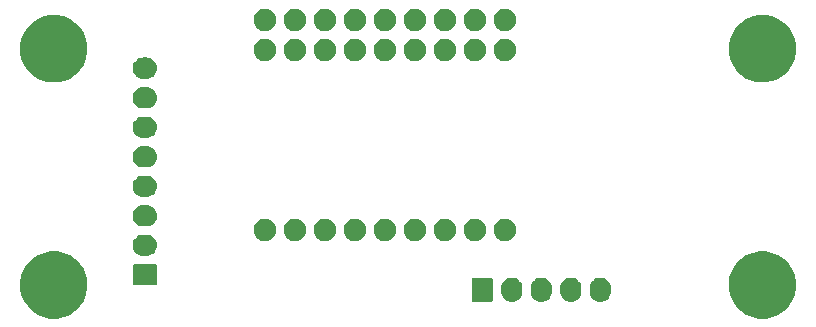
<source format=gbr>
G04 #@! TF.GenerationSoftware,KiCad,Pcbnew,5.1.5-52549c5~84~ubuntu18.04.1*
G04 #@! TF.CreationDate,2020-03-18T13:49:36+01:00*
G04 #@! TF.ProjectId,programmer,70726f67-7261-46d6-9d65-722e6b696361,rev?*
G04 #@! TF.SameCoordinates,Original*
G04 #@! TF.FileFunction,Soldermask,Bot*
G04 #@! TF.FilePolarity,Negative*
%FSLAX46Y46*%
G04 Gerber Fmt 4.6, Leading zero omitted, Abs format (unit mm)*
G04 Created by KiCad (PCBNEW 5.1.5-52549c5~84~ubuntu18.04.1) date 2020-03-18 13:49:36*
%MOMM*%
%LPD*%
G04 APERTURE LIST*
%ADD10C,0.100000*%
G04 APERTURE END LIST*
D10*
G36*
X145831606Y-102258562D02*
G01*
X146350455Y-102473476D01*
X146724524Y-102723421D01*
X146817406Y-102785483D01*
X147214517Y-103182594D01*
X147261571Y-103253015D01*
X147526524Y-103649545D01*
X147741438Y-104168394D01*
X147784325Y-104384000D01*
X147813808Y-104532221D01*
X147851000Y-104719201D01*
X147851000Y-105280799D01*
X147741438Y-105831606D01*
X147526524Y-106350455D01*
X147214516Y-106817407D01*
X146817407Y-107214516D01*
X146350455Y-107526524D01*
X145831606Y-107741438D01*
X145280800Y-107851000D01*
X144719200Y-107851000D01*
X144168394Y-107741438D01*
X143649545Y-107526524D01*
X143182593Y-107214516D01*
X142785484Y-106817407D01*
X142473476Y-106350455D01*
X142258562Y-105831606D01*
X142149000Y-105280799D01*
X142149000Y-104719201D01*
X142186193Y-104532221D01*
X142215675Y-104384000D01*
X142258562Y-104168394D01*
X142473476Y-103649545D01*
X142738429Y-103253015D01*
X142785483Y-103182594D01*
X143182594Y-102785483D01*
X143275476Y-102723421D01*
X143649545Y-102473476D01*
X144168394Y-102258562D01*
X144719200Y-102149000D01*
X145280800Y-102149000D01*
X145831606Y-102258562D01*
G37*
G36*
X85831606Y-102258562D02*
G01*
X86350455Y-102473476D01*
X86724524Y-102723421D01*
X86817406Y-102785483D01*
X87214517Y-103182594D01*
X87261571Y-103253015D01*
X87526524Y-103649545D01*
X87741438Y-104168394D01*
X87784325Y-104384000D01*
X87813808Y-104532221D01*
X87851000Y-104719201D01*
X87851000Y-105280799D01*
X87741438Y-105831606D01*
X87526524Y-106350455D01*
X87214516Y-106817407D01*
X86817407Y-107214516D01*
X86350455Y-107526524D01*
X85831606Y-107741438D01*
X85280800Y-107851000D01*
X84719200Y-107851000D01*
X84168394Y-107741438D01*
X83649545Y-107526524D01*
X83182593Y-107214516D01*
X82785484Y-106817407D01*
X82473476Y-106350455D01*
X82258562Y-105831606D01*
X82149000Y-105280799D01*
X82149000Y-104719201D01*
X82186193Y-104532221D01*
X82215675Y-104384000D01*
X82258562Y-104168394D01*
X82473476Y-103649545D01*
X82738429Y-103253015D01*
X82785483Y-103182594D01*
X83182594Y-102785483D01*
X83275476Y-102723421D01*
X83649545Y-102473476D01*
X84168394Y-102258562D01*
X84719200Y-102149000D01*
X85280800Y-102149000D01*
X85831606Y-102258562D01*
G37*
G36*
X126461626Y-104397037D02*
G01*
X126631465Y-104448557D01*
X126631467Y-104448558D01*
X126787989Y-104532221D01*
X126925186Y-104644814D01*
X127008448Y-104746271D01*
X127037778Y-104782009D01*
X127037779Y-104782011D01*
X127117765Y-104931652D01*
X127121443Y-104938534D01*
X127172963Y-105108373D01*
X127186000Y-105240742D01*
X127186000Y-105579257D01*
X127172963Y-105711626D01*
X127121443Y-105881466D01*
X127037778Y-106037991D01*
X127008448Y-106073729D01*
X126925186Y-106175186D01*
X126830250Y-106253097D01*
X126787991Y-106287778D01*
X126787989Y-106287779D01*
X126670732Y-106350455D01*
X126631466Y-106371443D01*
X126461627Y-106422963D01*
X126285000Y-106440359D01*
X126108374Y-106422963D01*
X125938535Y-106371443D01*
X125899270Y-106350455D01*
X125782012Y-106287779D01*
X125782010Y-106287778D01*
X125644815Y-106175185D01*
X125532222Y-106037991D01*
X125448557Y-105881466D01*
X125397037Y-105711627D01*
X125384000Y-105579258D01*
X125384000Y-105240743D01*
X125397037Y-105108374D01*
X125448557Y-104938535D01*
X125469903Y-104898600D01*
X125532221Y-104782011D01*
X125644814Y-104644814D01*
X125746271Y-104561552D01*
X125782009Y-104532222D01*
X125938534Y-104448557D01*
X126108373Y-104397037D01*
X126285000Y-104379641D01*
X126461626Y-104397037D01*
G37*
G36*
X128961626Y-104397037D02*
G01*
X129131465Y-104448557D01*
X129131467Y-104448558D01*
X129287989Y-104532221D01*
X129425186Y-104644814D01*
X129508448Y-104746271D01*
X129537778Y-104782009D01*
X129537779Y-104782011D01*
X129617765Y-104931652D01*
X129621443Y-104938534D01*
X129672963Y-105108373D01*
X129686000Y-105240742D01*
X129686000Y-105579257D01*
X129672963Y-105711626D01*
X129621443Y-105881466D01*
X129537778Y-106037991D01*
X129508448Y-106073729D01*
X129425186Y-106175186D01*
X129330250Y-106253097D01*
X129287991Y-106287778D01*
X129287989Y-106287779D01*
X129170732Y-106350455D01*
X129131466Y-106371443D01*
X128961627Y-106422963D01*
X128785000Y-106440359D01*
X128608374Y-106422963D01*
X128438535Y-106371443D01*
X128399270Y-106350455D01*
X128282012Y-106287779D01*
X128282010Y-106287778D01*
X128144815Y-106175185D01*
X128032222Y-106037991D01*
X127948557Y-105881466D01*
X127897037Y-105711627D01*
X127884000Y-105579258D01*
X127884000Y-105240743D01*
X127897037Y-105108374D01*
X127948557Y-104938535D01*
X127969903Y-104898600D01*
X128032221Y-104782011D01*
X128144814Y-104644814D01*
X128246271Y-104561552D01*
X128282009Y-104532222D01*
X128438534Y-104448557D01*
X128608373Y-104397037D01*
X128785000Y-104379641D01*
X128961626Y-104397037D01*
G37*
G36*
X123961626Y-104397037D02*
G01*
X124131465Y-104448557D01*
X124131467Y-104448558D01*
X124287989Y-104532221D01*
X124425186Y-104644814D01*
X124508448Y-104746271D01*
X124537778Y-104782009D01*
X124537779Y-104782011D01*
X124617765Y-104931652D01*
X124621443Y-104938534D01*
X124672963Y-105108373D01*
X124686000Y-105240742D01*
X124686000Y-105579257D01*
X124672963Y-105711626D01*
X124621443Y-105881466D01*
X124537778Y-106037991D01*
X124508448Y-106073729D01*
X124425186Y-106175186D01*
X124330250Y-106253097D01*
X124287991Y-106287778D01*
X124287989Y-106287779D01*
X124170732Y-106350455D01*
X124131466Y-106371443D01*
X123961627Y-106422963D01*
X123785000Y-106440359D01*
X123608374Y-106422963D01*
X123438535Y-106371443D01*
X123399270Y-106350455D01*
X123282012Y-106287779D01*
X123282010Y-106287778D01*
X123144815Y-106175185D01*
X123032222Y-106037991D01*
X122948557Y-105881466D01*
X122897037Y-105711627D01*
X122884000Y-105579258D01*
X122884000Y-105240743D01*
X122897037Y-105108374D01*
X122948557Y-104938535D01*
X122969903Y-104898600D01*
X123032221Y-104782011D01*
X123144814Y-104644814D01*
X123246271Y-104561552D01*
X123282009Y-104532222D01*
X123438534Y-104448557D01*
X123608373Y-104397037D01*
X123785000Y-104379641D01*
X123961626Y-104397037D01*
G37*
G36*
X131461626Y-104397037D02*
G01*
X131631465Y-104448557D01*
X131631467Y-104448558D01*
X131787989Y-104532221D01*
X131925186Y-104644814D01*
X132008448Y-104746271D01*
X132037778Y-104782009D01*
X132037779Y-104782011D01*
X132117765Y-104931652D01*
X132121443Y-104938534D01*
X132172963Y-105108373D01*
X132186000Y-105240742D01*
X132186000Y-105579257D01*
X132172963Y-105711626D01*
X132121443Y-105881466D01*
X132037778Y-106037991D01*
X132008448Y-106073729D01*
X131925186Y-106175186D01*
X131830250Y-106253097D01*
X131787991Y-106287778D01*
X131787989Y-106287779D01*
X131670732Y-106350455D01*
X131631466Y-106371443D01*
X131461627Y-106422963D01*
X131285000Y-106440359D01*
X131108374Y-106422963D01*
X130938535Y-106371443D01*
X130899270Y-106350455D01*
X130782012Y-106287779D01*
X130782010Y-106287778D01*
X130644815Y-106175185D01*
X130532222Y-106037991D01*
X130448557Y-105881466D01*
X130397037Y-105711627D01*
X130384000Y-105579258D01*
X130384000Y-105240743D01*
X130397037Y-105108374D01*
X130448557Y-104938535D01*
X130469903Y-104898600D01*
X130532221Y-104782011D01*
X130644814Y-104644814D01*
X130746271Y-104561552D01*
X130782009Y-104532222D01*
X130938534Y-104448557D01*
X131108373Y-104397037D01*
X131285000Y-104379641D01*
X131461626Y-104397037D01*
G37*
G36*
X122043600Y-104387989D02*
G01*
X122076652Y-104398015D01*
X122107103Y-104414292D01*
X122133799Y-104436201D01*
X122155708Y-104462897D01*
X122171985Y-104493348D01*
X122182011Y-104526400D01*
X122186000Y-104566903D01*
X122186000Y-106253097D01*
X122182011Y-106293600D01*
X122171985Y-106326652D01*
X122155708Y-106357103D01*
X122133799Y-106383799D01*
X122107103Y-106405708D01*
X122076652Y-106421985D01*
X122043600Y-106432011D01*
X122003097Y-106436000D01*
X120566903Y-106436000D01*
X120526400Y-106432011D01*
X120493348Y-106421985D01*
X120462897Y-106405708D01*
X120436201Y-106383799D01*
X120414292Y-106357103D01*
X120398015Y-106326652D01*
X120387989Y-106293600D01*
X120384000Y-106253097D01*
X120384000Y-104566903D01*
X120387989Y-104526400D01*
X120398015Y-104493348D01*
X120414292Y-104462897D01*
X120436201Y-104436201D01*
X120462897Y-104414292D01*
X120493348Y-104398015D01*
X120526400Y-104387989D01*
X120566903Y-104384000D01*
X122003097Y-104384000D01*
X122043600Y-104387989D01*
G37*
G36*
X93593600Y-103242989D02*
G01*
X93626652Y-103253015D01*
X93657103Y-103269292D01*
X93683799Y-103291201D01*
X93705708Y-103317897D01*
X93721985Y-103348348D01*
X93732011Y-103381400D01*
X93736000Y-103421903D01*
X93736000Y-104858097D01*
X93732011Y-104898600D01*
X93721985Y-104931652D01*
X93705708Y-104962103D01*
X93683799Y-104988799D01*
X93657103Y-105010708D01*
X93626652Y-105026985D01*
X93593600Y-105037011D01*
X93553097Y-105041000D01*
X91866903Y-105041000D01*
X91826400Y-105037011D01*
X91793348Y-105026985D01*
X91762897Y-105010708D01*
X91736201Y-104988799D01*
X91714292Y-104962103D01*
X91698015Y-104931652D01*
X91687989Y-104898600D01*
X91684000Y-104858097D01*
X91684000Y-103421903D01*
X91687989Y-103381400D01*
X91698015Y-103348348D01*
X91714292Y-103317897D01*
X91736201Y-103291201D01*
X91762897Y-103269292D01*
X91793348Y-103253015D01*
X91826400Y-103242989D01*
X91866903Y-103239000D01*
X93553097Y-103239000D01*
X93593600Y-103242989D01*
G37*
G36*
X92945442Y-100745518D02*
G01*
X93011627Y-100752037D01*
X93181466Y-100803557D01*
X93337991Y-100887222D01*
X93373729Y-100916552D01*
X93475186Y-100999814D01*
X93558448Y-101101271D01*
X93587778Y-101137009D01*
X93671443Y-101293534D01*
X93722963Y-101463373D01*
X93740359Y-101640000D01*
X93722963Y-101816627D01*
X93671443Y-101986466D01*
X93587778Y-102142991D01*
X93558448Y-102178729D01*
X93475186Y-102280186D01*
X93373729Y-102363448D01*
X93337991Y-102392778D01*
X93181466Y-102476443D01*
X93011627Y-102527963D01*
X92945442Y-102534482D01*
X92879260Y-102541000D01*
X92540740Y-102541000D01*
X92474558Y-102534482D01*
X92408373Y-102527963D01*
X92238534Y-102476443D01*
X92082009Y-102392778D01*
X92046271Y-102363448D01*
X91944814Y-102280186D01*
X91861552Y-102178729D01*
X91832222Y-102142991D01*
X91748557Y-101986466D01*
X91697037Y-101816627D01*
X91679641Y-101640000D01*
X91697037Y-101463373D01*
X91748557Y-101293534D01*
X91832222Y-101137009D01*
X91861552Y-101101271D01*
X91944814Y-100999814D01*
X92046271Y-100916552D01*
X92082009Y-100887222D01*
X92238534Y-100803557D01*
X92408373Y-100752037D01*
X92474558Y-100745518D01*
X92540740Y-100739000D01*
X92879260Y-100739000D01*
X92945442Y-100745518D01*
G37*
G36*
X115847395Y-99415546D02*
G01*
X116020466Y-99487234D01*
X116020467Y-99487235D01*
X116176227Y-99591310D01*
X116308690Y-99723773D01*
X116308691Y-99723775D01*
X116412766Y-99879534D01*
X116484454Y-100052605D01*
X116521000Y-100236333D01*
X116521000Y-100423667D01*
X116484454Y-100607395D01*
X116412766Y-100780466D01*
X116412765Y-100780467D01*
X116308690Y-100936227D01*
X116176227Y-101068690D01*
X116097818Y-101121081D01*
X116020466Y-101172766D01*
X115847395Y-101244454D01*
X115663667Y-101281000D01*
X115476333Y-101281000D01*
X115292605Y-101244454D01*
X115119534Y-101172766D01*
X115042182Y-101121081D01*
X114963773Y-101068690D01*
X114831310Y-100936227D01*
X114727235Y-100780467D01*
X114727234Y-100780466D01*
X114655546Y-100607395D01*
X114619000Y-100423667D01*
X114619000Y-100236333D01*
X114655546Y-100052605D01*
X114727234Y-99879534D01*
X114831309Y-99723775D01*
X114831310Y-99723773D01*
X114963773Y-99591310D01*
X115119533Y-99487235D01*
X115119534Y-99487234D01*
X115292605Y-99415546D01*
X115476333Y-99379000D01*
X115663667Y-99379000D01*
X115847395Y-99415546D01*
G37*
G36*
X103147395Y-99415546D02*
G01*
X103320466Y-99487234D01*
X103320467Y-99487235D01*
X103476227Y-99591310D01*
X103608690Y-99723773D01*
X103608691Y-99723775D01*
X103712766Y-99879534D01*
X103784454Y-100052605D01*
X103821000Y-100236333D01*
X103821000Y-100423667D01*
X103784454Y-100607395D01*
X103712766Y-100780466D01*
X103712765Y-100780467D01*
X103608690Y-100936227D01*
X103476227Y-101068690D01*
X103397818Y-101121081D01*
X103320466Y-101172766D01*
X103147395Y-101244454D01*
X102963667Y-101281000D01*
X102776333Y-101281000D01*
X102592605Y-101244454D01*
X102419534Y-101172766D01*
X102342182Y-101121081D01*
X102263773Y-101068690D01*
X102131310Y-100936227D01*
X102027235Y-100780467D01*
X102027234Y-100780466D01*
X101955546Y-100607395D01*
X101919000Y-100423667D01*
X101919000Y-100236333D01*
X101955546Y-100052605D01*
X102027234Y-99879534D01*
X102131309Y-99723775D01*
X102131310Y-99723773D01*
X102263773Y-99591310D01*
X102419533Y-99487235D01*
X102419534Y-99487234D01*
X102592605Y-99415546D01*
X102776333Y-99379000D01*
X102963667Y-99379000D01*
X103147395Y-99415546D01*
G37*
G36*
X105687395Y-99415546D02*
G01*
X105860466Y-99487234D01*
X105860467Y-99487235D01*
X106016227Y-99591310D01*
X106148690Y-99723773D01*
X106148691Y-99723775D01*
X106252766Y-99879534D01*
X106324454Y-100052605D01*
X106361000Y-100236333D01*
X106361000Y-100423667D01*
X106324454Y-100607395D01*
X106252766Y-100780466D01*
X106252765Y-100780467D01*
X106148690Y-100936227D01*
X106016227Y-101068690D01*
X105937818Y-101121081D01*
X105860466Y-101172766D01*
X105687395Y-101244454D01*
X105503667Y-101281000D01*
X105316333Y-101281000D01*
X105132605Y-101244454D01*
X104959534Y-101172766D01*
X104882182Y-101121081D01*
X104803773Y-101068690D01*
X104671310Y-100936227D01*
X104567235Y-100780467D01*
X104567234Y-100780466D01*
X104495546Y-100607395D01*
X104459000Y-100423667D01*
X104459000Y-100236333D01*
X104495546Y-100052605D01*
X104567234Y-99879534D01*
X104671309Y-99723775D01*
X104671310Y-99723773D01*
X104803773Y-99591310D01*
X104959533Y-99487235D01*
X104959534Y-99487234D01*
X105132605Y-99415546D01*
X105316333Y-99379000D01*
X105503667Y-99379000D01*
X105687395Y-99415546D01*
G37*
G36*
X108227395Y-99415546D02*
G01*
X108400466Y-99487234D01*
X108400467Y-99487235D01*
X108556227Y-99591310D01*
X108688690Y-99723773D01*
X108688691Y-99723775D01*
X108792766Y-99879534D01*
X108864454Y-100052605D01*
X108901000Y-100236333D01*
X108901000Y-100423667D01*
X108864454Y-100607395D01*
X108792766Y-100780466D01*
X108792765Y-100780467D01*
X108688690Y-100936227D01*
X108556227Y-101068690D01*
X108477818Y-101121081D01*
X108400466Y-101172766D01*
X108227395Y-101244454D01*
X108043667Y-101281000D01*
X107856333Y-101281000D01*
X107672605Y-101244454D01*
X107499534Y-101172766D01*
X107422182Y-101121081D01*
X107343773Y-101068690D01*
X107211310Y-100936227D01*
X107107235Y-100780467D01*
X107107234Y-100780466D01*
X107035546Y-100607395D01*
X106999000Y-100423667D01*
X106999000Y-100236333D01*
X107035546Y-100052605D01*
X107107234Y-99879534D01*
X107211309Y-99723775D01*
X107211310Y-99723773D01*
X107343773Y-99591310D01*
X107499533Y-99487235D01*
X107499534Y-99487234D01*
X107672605Y-99415546D01*
X107856333Y-99379000D01*
X108043667Y-99379000D01*
X108227395Y-99415546D01*
G37*
G36*
X110767395Y-99415546D02*
G01*
X110940466Y-99487234D01*
X110940467Y-99487235D01*
X111096227Y-99591310D01*
X111228690Y-99723773D01*
X111228691Y-99723775D01*
X111332766Y-99879534D01*
X111404454Y-100052605D01*
X111441000Y-100236333D01*
X111441000Y-100423667D01*
X111404454Y-100607395D01*
X111332766Y-100780466D01*
X111332765Y-100780467D01*
X111228690Y-100936227D01*
X111096227Y-101068690D01*
X111017818Y-101121081D01*
X110940466Y-101172766D01*
X110767395Y-101244454D01*
X110583667Y-101281000D01*
X110396333Y-101281000D01*
X110212605Y-101244454D01*
X110039534Y-101172766D01*
X109962182Y-101121081D01*
X109883773Y-101068690D01*
X109751310Y-100936227D01*
X109647235Y-100780467D01*
X109647234Y-100780466D01*
X109575546Y-100607395D01*
X109539000Y-100423667D01*
X109539000Y-100236333D01*
X109575546Y-100052605D01*
X109647234Y-99879534D01*
X109751309Y-99723775D01*
X109751310Y-99723773D01*
X109883773Y-99591310D01*
X110039533Y-99487235D01*
X110039534Y-99487234D01*
X110212605Y-99415546D01*
X110396333Y-99379000D01*
X110583667Y-99379000D01*
X110767395Y-99415546D01*
G37*
G36*
X113307395Y-99415546D02*
G01*
X113480466Y-99487234D01*
X113480467Y-99487235D01*
X113636227Y-99591310D01*
X113768690Y-99723773D01*
X113768691Y-99723775D01*
X113872766Y-99879534D01*
X113944454Y-100052605D01*
X113981000Y-100236333D01*
X113981000Y-100423667D01*
X113944454Y-100607395D01*
X113872766Y-100780466D01*
X113872765Y-100780467D01*
X113768690Y-100936227D01*
X113636227Y-101068690D01*
X113557818Y-101121081D01*
X113480466Y-101172766D01*
X113307395Y-101244454D01*
X113123667Y-101281000D01*
X112936333Y-101281000D01*
X112752605Y-101244454D01*
X112579534Y-101172766D01*
X112502182Y-101121081D01*
X112423773Y-101068690D01*
X112291310Y-100936227D01*
X112187235Y-100780467D01*
X112187234Y-100780466D01*
X112115546Y-100607395D01*
X112079000Y-100423667D01*
X112079000Y-100236333D01*
X112115546Y-100052605D01*
X112187234Y-99879534D01*
X112291309Y-99723775D01*
X112291310Y-99723773D01*
X112423773Y-99591310D01*
X112579533Y-99487235D01*
X112579534Y-99487234D01*
X112752605Y-99415546D01*
X112936333Y-99379000D01*
X113123667Y-99379000D01*
X113307395Y-99415546D01*
G37*
G36*
X118387395Y-99415546D02*
G01*
X118560466Y-99487234D01*
X118560467Y-99487235D01*
X118716227Y-99591310D01*
X118848690Y-99723773D01*
X118848691Y-99723775D01*
X118952766Y-99879534D01*
X119024454Y-100052605D01*
X119061000Y-100236333D01*
X119061000Y-100423667D01*
X119024454Y-100607395D01*
X118952766Y-100780466D01*
X118952765Y-100780467D01*
X118848690Y-100936227D01*
X118716227Y-101068690D01*
X118637818Y-101121081D01*
X118560466Y-101172766D01*
X118387395Y-101244454D01*
X118203667Y-101281000D01*
X118016333Y-101281000D01*
X117832605Y-101244454D01*
X117659534Y-101172766D01*
X117582182Y-101121081D01*
X117503773Y-101068690D01*
X117371310Y-100936227D01*
X117267235Y-100780467D01*
X117267234Y-100780466D01*
X117195546Y-100607395D01*
X117159000Y-100423667D01*
X117159000Y-100236333D01*
X117195546Y-100052605D01*
X117267234Y-99879534D01*
X117371309Y-99723775D01*
X117371310Y-99723773D01*
X117503773Y-99591310D01*
X117659533Y-99487235D01*
X117659534Y-99487234D01*
X117832605Y-99415546D01*
X118016333Y-99379000D01*
X118203667Y-99379000D01*
X118387395Y-99415546D01*
G37*
G36*
X120927395Y-99415546D02*
G01*
X121100466Y-99487234D01*
X121100467Y-99487235D01*
X121256227Y-99591310D01*
X121388690Y-99723773D01*
X121388691Y-99723775D01*
X121492766Y-99879534D01*
X121564454Y-100052605D01*
X121601000Y-100236333D01*
X121601000Y-100423667D01*
X121564454Y-100607395D01*
X121492766Y-100780466D01*
X121492765Y-100780467D01*
X121388690Y-100936227D01*
X121256227Y-101068690D01*
X121177818Y-101121081D01*
X121100466Y-101172766D01*
X120927395Y-101244454D01*
X120743667Y-101281000D01*
X120556333Y-101281000D01*
X120372605Y-101244454D01*
X120199534Y-101172766D01*
X120122182Y-101121081D01*
X120043773Y-101068690D01*
X119911310Y-100936227D01*
X119807235Y-100780467D01*
X119807234Y-100780466D01*
X119735546Y-100607395D01*
X119699000Y-100423667D01*
X119699000Y-100236333D01*
X119735546Y-100052605D01*
X119807234Y-99879534D01*
X119911309Y-99723775D01*
X119911310Y-99723773D01*
X120043773Y-99591310D01*
X120199533Y-99487235D01*
X120199534Y-99487234D01*
X120372605Y-99415546D01*
X120556333Y-99379000D01*
X120743667Y-99379000D01*
X120927395Y-99415546D01*
G37*
G36*
X123467395Y-99415546D02*
G01*
X123640466Y-99487234D01*
X123640467Y-99487235D01*
X123796227Y-99591310D01*
X123928690Y-99723773D01*
X123928691Y-99723775D01*
X124032766Y-99879534D01*
X124104454Y-100052605D01*
X124141000Y-100236333D01*
X124141000Y-100423667D01*
X124104454Y-100607395D01*
X124032766Y-100780466D01*
X124032765Y-100780467D01*
X123928690Y-100936227D01*
X123796227Y-101068690D01*
X123717818Y-101121081D01*
X123640466Y-101172766D01*
X123467395Y-101244454D01*
X123283667Y-101281000D01*
X123096333Y-101281000D01*
X122912605Y-101244454D01*
X122739534Y-101172766D01*
X122662182Y-101121081D01*
X122583773Y-101068690D01*
X122451310Y-100936227D01*
X122347235Y-100780467D01*
X122347234Y-100780466D01*
X122275546Y-100607395D01*
X122239000Y-100423667D01*
X122239000Y-100236333D01*
X122275546Y-100052605D01*
X122347234Y-99879534D01*
X122451309Y-99723775D01*
X122451310Y-99723773D01*
X122583773Y-99591310D01*
X122739533Y-99487235D01*
X122739534Y-99487234D01*
X122912605Y-99415546D01*
X123096333Y-99379000D01*
X123283667Y-99379000D01*
X123467395Y-99415546D01*
G37*
G36*
X92945443Y-98245519D02*
G01*
X93011627Y-98252037D01*
X93181466Y-98303557D01*
X93337991Y-98387222D01*
X93373729Y-98416552D01*
X93475186Y-98499814D01*
X93558448Y-98601271D01*
X93587778Y-98637009D01*
X93671443Y-98793534D01*
X93722963Y-98963373D01*
X93740359Y-99140000D01*
X93722963Y-99316627D01*
X93704042Y-99379000D01*
X93671442Y-99486468D01*
X93671032Y-99487235D01*
X93587778Y-99642991D01*
X93558448Y-99678729D01*
X93475186Y-99780186D01*
X93373729Y-99863448D01*
X93337991Y-99892778D01*
X93181466Y-99976443D01*
X93011627Y-100027963D01*
X92945443Y-100034481D01*
X92879260Y-100041000D01*
X92540740Y-100041000D01*
X92474557Y-100034481D01*
X92408373Y-100027963D01*
X92238534Y-99976443D01*
X92082009Y-99892778D01*
X92046271Y-99863448D01*
X91944814Y-99780186D01*
X91861552Y-99678729D01*
X91832222Y-99642991D01*
X91748968Y-99487235D01*
X91748558Y-99486468D01*
X91715958Y-99379000D01*
X91697037Y-99316627D01*
X91679641Y-99140000D01*
X91697037Y-98963373D01*
X91748557Y-98793534D01*
X91832222Y-98637009D01*
X91861552Y-98601271D01*
X91944814Y-98499814D01*
X92046271Y-98416552D01*
X92082009Y-98387222D01*
X92238534Y-98303557D01*
X92408373Y-98252037D01*
X92474558Y-98245518D01*
X92540740Y-98239000D01*
X92879260Y-98239000D01*
X92945443Y-98245519D01*
G37*
G36*
X92945442Y-95745518D02*
G01*
X93011627Y-95752037D01*
X93181466Y-95803557D01*
X93337991Y-95887222D01*
X93373729Y-95916552D01*
X93475186Y-95999814D01*
X93558448Y-96101271D01*
X93587778Y-96137009D01*
X93671443Y-96293534D01*
X93722963Y-96463373D01*
X93740359Y-96640000D01*
X93722963Y-96816627D01*
X93671443Y-96986466D01*
X93587778Y-97142991D01*
X93558448Y-97178729D01*
X93475186Y-97280186D01*
X93373729Y-97363448D01*
X93337991Y-97392778D01*
X93181466Y-97476443D01*
X93011627Y-97527963D01*
X92945443Y-97534481D01*
X92879260Y-97541000D01*
X92540740Y-97541000D01*
X92474558Y-97534482D01*
X92408373Y-97527963D01*
X92238534Y-97476443D01*
X92082009Y-97392778D01*
X92046271Y-97363448D01*
X91944814Y-97280186D01*
X91861552Y-97178729D01*
X91832222Y-97142991D01*
X91748557Y-96986466D01*
X91697037Y-96816627D01*
X91679641Y-96640000D01*
X91697037Y-96463373D01*
X91748557Y-96293534D01*
X91832222Y-96137009D01*
X91861552Y-96101271D01*
X91944814Y-95999814D01*
X92046271Y-95916552D01*
X92082009Y-95887222D01*
X92238534Y-95803557D01*
X92408373Y-95752037D01*
X92474558Y-95745518D01*
X92540740Y-95739000D01*
X92879260Y-95739000D01*
X92945442Y-95745518D01*
G37*
G36*
X92945443Y-93245519D02*
G01*
X93011627Y-93252037D01*
X93181466Y-93303557D01*
X93337991Y-93387222D01*
X93373729Y-93416552D01*
X93475186Y-93499814D01*
X93558448Y-93601271D01*
X93587778Y-93637009D01*
X93671443Y-93793534D01*
X93722963Y-93963373D01*
X93740359Y-94140000D01*
X93722963Y-94316627D01*
X93671443Y-94486466D01*
X93587778Y-94642991D01*
X93558448Y-94678729D01*
X93475186Y-94780186D01*
X93373729Y-94863448D01*
X93337991Y-94892778D01*
X93181466Y-94976443D01*
X93011627Y-95027963D01*
X92945443Y-95034481D01*
X92879260Y-95041000D01*
X92540740Y-95041000D01*
X92474557Y-95034481D01*
X92408373Y-95027963D01*
X92238534Y-94976443D01*
X92082009Y-94892778D01*
X92046271Y-94863448D01*
X91944814Y-94780186D01*
X91861552Y-94678729D01*
X91832222Y-94642991D01*
X91748557Y-94486466D01*
X91697037Y-94316627D01*
X91679641Y-94140000D01*
X91697037Y-93963373D01*
X91748557Y-93793534D01*
X91832222Y-93637009D01*
X91861552Y-93601271D01*
X91944814Y-93499814D01*
X92046271Y-93416552D01*
X92082009Y-93387222D01*
X92238534Y-93303557D01*
X92408373Y-93252037D01*
X92474557Y-93245519D01*
X92540740Y-93239000D01*
X92879260Y-93239000D01*
X92945443Y-93245519D01*
G37*
G36*
X92945442Y-90745518D02*
G01*
X93011627Y-90752037D01*
X93181466Y-90803557D01*
X93337991Y-90887222D01*
X93373729Y-90916552D01*
X93475186Y-90999814D01*
X93558448Y-91101271D01*
X93587778Y-91137009D01*
X93671443Y-91293534D01*
X93722963Y-91463373D01*
X93740359Y-91640000D01*
X93722963Y-91816627D01*
X93671443Y-91986466D01*
X93587778Y-92142991D01*
X93558448Y-92178729D01*
X93475186Y-92280186D01*
X93373729Y-92363448D01*
X93337991Y-92392778D01*
X93181466Y-92476443D01*
X93011627Y-92527963D01*
X92945443Y-92534481D01*
X92879260Y-92541000D01*
X92540740Y-92541000D01*
X92474557Y-92534481D01*
X92408373Y-92527963D01*
X92238534Y-92476443D01*
X92082009Y-92392778D01*
X92046271Y-92363448D01*
X91944814Y-92280186D01*
X91861552Y-92178729D01*
X91832222Y-92142991D01*
X91748557Y-91986466D01*
X91697037Y-91816627D01*
X91679641Y-91640000D01*
X91697037Y-91463373D01*
X91748557Y-91293534D01*
X91832222Y-91137009D01*
X91861552Y-91101271D01*
X91944814Y-90999814D01*
X92046271Y-90916552D01*
X92082009Y-90887222D01*
X92238534Y-90803557D01*
X92408373Y-90752037D01*
X92474558Y-90745518D01*
X92540740Y-90739000D01*
X92879260Y-90739000D01*
X92945442Y-90745518D01*
G37*
G36*
X92945442Y-88245518D02*
G01*
X93011627Y-88252037D01*
X93181466Y-88303557D01*
X93337991Y-88387222D01*
X93373729Y-88416552D01*
X93475186Y-88499814D01*
X93558448Y-88601271D01*
X93587778Y-88637009D01*
X93671443Y-88793534D01*
X93722963Y-88963373D01*
X93740359Y-89140000D01*
X93722963Y-89316627D01*
X93671443Y-89486466D01*
X93587778Y-89642991D01*
X93558448Y-89678729D01*
X93475186Y-89780186D01*
X93373729Y-89863448D01*
X93337991Y-89892778D01*
X93181466Y-89976443D01*
X93011627Y-90027963D01*
X92945442Y-90034482D01*
X92879260Y-90041000D01*
X92540740Y-90041000D01*
X92474558Y-90034482D01*
X92408373Y-90027963D01*
X92238534Y-89976443D01*
X92082009Y-89892778D01*
X92046271Y-89863448D01*
X91944814Y-89780186D01*
X91861552Y-89678729D01*
X91832222Y-89642991D01*
X91748557Y-89486466D01*
X91697037Y-89316627D01*
X91679641Y-89140000D01*
X91697037Y-88963373D01*
X91748557Y-88793534D01*
X91832222Y-88637009D01*
X91861552Y-88601271D01*
X91944814Y-88499814D01*
X92046271Y-88416552D01*
X92082009Y-88387222D01*
X92238534Y-88303557D01*
X92408373Y-88252037D01*
X92474558Y-88245518D01*
X92540740Y-88239000D01*
X92879260Y-88239000D01*
X92945442Y-88245518D01*
G37*
G36*
X145831606Y-82258562D02*
G01*
X146350455Y-82473476D01*
X146817407Y-82785484D01*
X147214516Y-83182593D01*
X147526524Y-83649545D01*
X147741438Y-84168394D01*
X147851000Y-84719201D01*
X147851000Y-85280799D01*
X147741438Y-85831606D01*
X147526524Y-86350455D01*
X147333056Y-86640000D01*
X147215038Y-86816627D01*
X147214516Y-86817407D01*
X146817407Y-87214516D01*
X146350455Y-87526524D01*
X145831606Y-87741438D01*
X145280800Y-87851000D01*
X144719200Y-87851000D01*
X144443798Y-87796219D01*
X144168394Y-87741438D01*
X143649545Y-87526524D01*
X143182593Y-87214516D01*
X142785484Y-86817407D01*
X142784963Y-86816627D01*
X142666944Y-86640000D01*
X142473476Y-86350455D01*
X142258562Y-85831606D01*
X142149000Y-85280799D01*
X142149000Y-84719201D01*
X142258562Y-84168394D01*
X142473476Y-83649545D01*
X142785484Y-83182593D01*
X143182593Y-82785484D01*
X143649545Y-82473476D01*
X144168394Y-82258562D01*
X144719200Y-82149000D01*
X145280800Y-82149000D01*
X145831606Y-82258562D01*
G37*
G36*
X85831606Y-82258562D02*
G01*
X86350455Y-82473476D01*
X86817407Y-82785484D01*
X87214516Y-83182593D01*
X87526524Y-83649545D01*
X87741438Y-84168394D01*
X87851000Y-84719201D01*
X87851000Y-85280799D01*
X87741438Y-85831606D01*
X87526524Y-86350455D01*
X87333056Y-86640000D01*
X87215038Y-86816627D01*
X87214516Y-86817407D01*
X86817407Y-87214516D01*
X86350455Y-87526524D01*
X85831606Y-87741438D01*
X85556202Y-87796219D01*
X85280800Y-87851000D01*
X84719200Y-87851000D01*
X84443798Y-87796219D01*
X84168394Y-87741438D01*
X83649545Y-87526524D01*
X83182593Y-87214516D01*
X82785484Y-86817407D01*
X82784963Y-86816627D01*
X82666944Y-86640000D01*
X82473476Y-86350455D01*
X82258562Y-85831606D01*
X82149000Y-85280799D01*
X82149000Y-84719201D01*
X82258562Y-84168394D01*
X82473476Y-83649545D01*
X82785484Y-83182593D01*
X83182593Y-82785484D01*
X83649545Y-82473476D01*
X84168394Y-82258562D01*
X84719200Y-82149000D01*
X85280800Y-82149000D01*
X85831606Y-82258562D01*
G37*
G36*
X92945442Y-85745518D02*
G01*
X93011627Y-85752037D01*
X93181466Y-85803557D01*
X93337991Y-85887222D01*
X93373729Y-85916552D01*
X93475186Y-85999814D01*
X93558448Y-86101271D01*
X93587778Y-86137009D01*
X93671443Y-86293534D01*
X93722963Y-86463373D01*
X93740359Y-86640000D01*
X93722963Y-86816627D01*
X93671443Y-86986466D01*
X93587778Y-87142991D01*
X93558448Y-87178729D01*
X93475186Y-87280186D01*
X93373729Y-87363448D01*
X93337991Y-87392778D01*
X93181466Y-87476443D01*
X93011627Y-87527963D01*
X92945443Y-87534481D01*
X92879260Y-87541000D01*
X92540740Y-87541000D01*
X92474557Y-87534481D01*
X92408373Y-87527963D01*
X92238534Y-87476443D01*
X92082009Y-87392778D01*
X92046271Y-87363448D01*
X91944814Y-87280186D01*
X91861552Y-87178729D01*
X91832222Y-87142991D01*
X91748557Y-86986466D01*
X91697037Y-86816627D01*
X91679641Y-86640000D01*
X91697037Y-86463373D01*
X91748557Y-86293534D01*
X91832222Y-86137009D01*
X91861552Y-86101271D01*
X91944814Y-85999814D01*
X92046271Y-85916552D01*
X92082009Y-85887222D01*
X92238534Y-85803557D01*
X92408373Y-85752037D01*
X92474558Y-85745518D01*
X92540740Y-85739000D01*
X92879260Y-85739000D01*
X92945442Y-85745518D01*
G37*
G36*
X108227395Y-84175546D02*
G01*
X108400466Y-84247234D01*
X108400467Y-84247235D01*
X108556227Y-84351310D01*
X108688690Y-84483773D01*
X108688691Y-84483775D01*
X108792766Y-84639534D01*
X108864454Y-84812605D01*
X108901000Y-84996333D01*
X108901000Y-85183667D01*
X108864454Y-85367395D01*
X108792766Y-85540466D01*
X108792765Y-85540467D01*
X108688690Y-85696227D01*
X108556227Y-85828690D01*
X108477818Y-85881081D01*
X108400466Y-85932766D01*
X108227395Y-86004454D01*
X108043667Y-86041000D01*
X107856333Y-86041000D01*
X107672605Y-86004454D01*
X107499534Y-85932766D01*
X107422182Y-85881081D01*
X107343773Y-85828690D01*
X107211310Y-85696227D01*
X107107235Y-85540467D01*
X107107234Y-85540466D01*
X107035546Y-85367395D01*
X106999000Y-85183667D01*
X106999000Y-84996333D01*
X107035546Y-84812605D01*
X107107234Y-84639534D01*
X107211309Y-84483775D01*
X107211310Y-84483773D01*
X107343773Y-84351310D01*
X107499533Y-84247235D01*
X107499534Y-84247234D01*
X107672605Y-84175546D01*
X107856333Y-84139000D01*
X108043667Y-84139000D01*
X108227395Y-84175546D01*
G37*
G36*
X105687395Y-84175546D02*
G01*
X105860466Y-84247234D01*
X105860467Y-84247235D01*
X106016227Y-84351310D01*
X106148690Y-84483773D01*
X106148691Y-84483775D01*
X106252766Y-84639534D01*
X106324454Y-84812605D01*
X106361000Y-84996333D01*
X106361000Y-85183667D01*
X106324454Y-85367395D01*
X106252766Y-85540466D01*
X106252765Y-85540467D01*
X106148690Y-85696227D01*
X106016227Y-85828690D01*
X105937818Y-85881081D01*
X105860466Y-85932766D01*
X105687395Y-86004454D01*
X105503667Y-86041000D01*
X105316333Y-86041000D01*
X105132605Y-86004454D01*
X104959534Y-85932766D01*
X104882182Y-85881081D01*
X104803773Y-85828690D01*
X104671310Y-85696227D01*
X104567235Y-85540467D01*
X104567234Y-85540466D01*
X104495546Y-85367395D01*
X104459000Y-85183667D01*
X104459000Y-84996333D01*
X104495546Y-84812605D01*
X104567234Y-84639534D01*
X104671309Y-84483775D01*
X104671310Y-84483773D01*
X104803773Y-84351310D01*
X104959533Y-84247235D01*
X104959534Y-84247234D01*
X105132605Y-84175546D01*
X105316333Y-84139000D01*
X105503667Y-84139000D01*
X105687395Y-84175546D01*
G37*
G36*
X110767395Y-84175546D02*
G01*
X110940466Y-84247234D01*
X110940467Y-84247235D01*
X111096227Y-84351310D01*
X111228690Y-84483773D01*
X111228691Y-84483775D01*
X111332766Y-84639534D01*
X111404454Y-84812605D01*
X111441000Y-84996333D01*
X111441000Y-85183667D01*
X111404454Y-85367395D01*
X111332766Y-85540466D01*
X111332765Y-85540467D01*
X111228690Y-85696227D01*
X111096227Y-85828690D01*
X111017818Y-85881081D01*
X110940466Y-85932766D01*
X110767395Y-86004454D01*
X110583667Y-86041000D01*
X110396333Y-86041000D01*
X110212605Y-86004454D01*
X110039534Y-85932766D01*
X109962182Y-85881081D01*
X109883773Y-85828690D01*
X109751310Y-85696227D01*
X109647235Y-85540467D01*
X109647234Y-85540466D01*
X109575546Y-85367395D01*
X109539000Y-85183667D01*
X109539000Y-84996333D01*
X109575546Y-84812605D01*
X109647234Y-84639534D01*
X109751309Y-84483775D01*
X109751310Y-84483773D01*
X109883773Y-84351310D01*
X110039533Y-84247235D01*
X110039534Y-84247234D01*
X110212605Y-84175546D01*
X110396333Y-84139000D01*
X110583667Y-84139000D01*
X110767395Y-84175546D01*
G37*
G36*
X113307395Y-84175546D02*
G01*
X113480466Y-84247234D01*
X113480467Y-84247235D01*
X113636227Y-84351310D01*
X113768690Y-84483773D01*
X113768691Y-84483775D01*
X113872766Y-84639534D01*
X113944454Y-84812605D01*
X113981000Y-84996333D01*
X113981000Y-85183667D01*
X113944454Y-85367395D01*
X113872766Y-85540466D01*
X113872765Y-85540467D01*
X113768690Y-85696227D01*
X113636227Y-85828690D01*
X113557818Y-85881081D01*
X113480466Y-85932766D01*
X113307395Y-86004454D01*
X113123667Y-86041000D01*
X112936333Y-86041000D01*
X112752605Y-86004454D01*
X112579534Y-85932766D01*
X112502182Y-85881081D01*
X112423773Y-85828690D01*
X112291310Y-85696227D01*
X112187235Y-85540467D01*
X112187234Y-85540466D01*
X112115546Y-85367395D01*
X112079000Y-85183667D01*
X112079000Y-84996333D01*
X112115546Y-84812605D01*
X112187234Y-84639534D01*
X112291309Y-84483775D01*
X112291310Y-84483773D01*
X112423773Y-84351310D01*
X112579533Y-84247235D01*
X112579534Y-84247234D01*
X112752605Y-84175546D01*
X112936333Y-84139000D01*
X113123667Y-84139000D01*
X113307395Y-84175546D01*
G37*
G36*
X115847395Y-84175546D02*
G01*
X116020466Y-84247234D01*
X116020467Y-84247235D01*
X116176227Y-84351310D01*
X116308690Y-84483773D01*
X116308691Y-84483775D01*
X116412766Y-84639534D01*
X116484454Y-84812605D01*
X116521000Y-84996333D01*
X116521000Y-85183667D01*
X116484454Y-85367395D01*
X116412766Y-85540466D01*
X116412765Y-85540467D01*
X116308690Y-85696227D01*
X116176227Y-85828690D01*
X116097818Y-85881081D01*
X116020466Y-85932766D01*
X115847395Y-86004454D01*
X115663667Y-86041000D01*
X115476333Y-86041000D01*
X115292605Y-86004454D01*
X115119534Y-85932766D01*
X115042182Y-85881081D01*
X114963773Y-85828690D01*
X114831310Y-85696227D01*
X114727235Y-85540467D01*
X114727234Y-85540466D01*
X114655546Y-85367395D01*
X114619000Y-85183667D01*
X114619000Y-84996333D01*
X114655546Y-84812605D01*
X114727234Y-84639534D01*
X114831309Y-84483775D01*
X114831310Y-84483773D01*
X114963773Y-84351310D01*
X115119533Y-84247235D01*
X115119534Y-84247234D01*
X115292605Y-84175546D01*
X115476333Y-84139000D01*
X115663667Y-84139000D01*
X115847395Y-84175546D01*
G37*
G36*
X118387395Y-84175546D02*
G01*
X118560466Y-84247234D01*
X118560467Y-84247235D01*
X118716227Y-84351310D01*
X118848690Y-84483773D01*
X118848691Y-84483775D01*
X118952766Y-84639534D01*
X119024454Y-84812605D01*
X119061000Y-84996333D01*
X119061000Y-85183667D01*
X119024454Y-85367395D01*
X118952766Y-85540466D01*
X118952765Y-85540467D01*
X118848690Y-85696227D01*
X118716227Y-85828690D01*
X118637818Y-85881081D01*
X118560466Y-85932766D01*
X118387395Y-86004454D01*
X118203667Y-86041000D01*
X118016333Y-86041000D01*
X117832605Y-86004454D01*
X117659534Y-85932766D01*
X117582182Y-85881081D01*
X117503773Y-85828690D01*
X117371310Y-85696227D01*
X117267235Y-85540467D01*
X117267234Y-85540466D01*
X117195546Y-85367395D01*
X117159000Y-85183667D01*
X117159000Y-84996333D01*
X117195546Y-84812605D01*
X117267234Y-84639534D01*
X117371309Y-84483775D01*
X117371310Y-84483773D01*
X117503773Y-84351310D01*
X117659533Y-84247235D01*
X117659534Y-84247234D01*
X117832605Y-84175546D01*
X118016333Y-84139000D01*
X118203667Y-84139000D01*
X118387395Y-84175546D01*
G37*
G36*
X120927395Y-84175546D02*
G01*
X121100466Y-84247234D01*
X121100467Y-84247235D01*
X121256227Y-84351310D01*
X121388690Y-84483773D01*
X121388691Y-84483775D01*
X121492766Y-84639534D01*
X121564454Y-84812605D01*
X121601000Y-84996333D01*
X121601000Y-85183667D01*
X121564454Y-85367395D01*
X121492766Y-85540466D01*
X121492765Y-85540467D01*
X121388690Y-85696227D01*
X121256227Y-85828690D01*
X121177818Y-85881081D01*
X121100466Y-85932766D01*
X120927395Y-86004454D01*
X120743667Y-86041000D01*
X120556333Y-86041000D01*
X120372605Y-86004454D01*
X120199534Y-85932766D01*
X120122182Y-85881081D01*
X120043773Y-85828690D01*
X119911310Y-85696227D01*
X119807235Y-85540467D01*
X119807234Y-85540466D01*
X119735546Y-85367395D01*
X119699000Y-85183667D01*
X119699000Y-84996333D01*
X119735546Y-84812605D01*
X119807234Y-84639534D01*
X119911309Y-84483775D01*
X119911310Y-84483773D01*
X120043773Y-84351310D01*
X120199533Y-84247235D01*
X120199534Y-84247234D01*
X120372605Y-84175546D01*
X120556333Y-84139000D01*
X120743667Y-84139000D01*
X120927395Y-84175546D01*
G37*
G36*
X123467395Y-84175546D02*
G01*
X123640466Y-84247234D01*
X123640467Y-84247235D01*
X123796227Y-84351310D01*
X123928690Y-84483773D01*
X123928691Y-84483775D01*
X124032766Y-84639534D01*
X124104454Y-84812605D01*
X124141000Y-84996333D01*
X124141000Y-85183667D01*
X124104454Y-85367395D01*
X124032766Y-85540466D01*
X124032765Y-85540467D01*
X123928690Y-85696227D01*
X123796227Y-85828690D01*
X123717818Y-85881081D01*
X123640466Y-85932766D01*
X123467395Y-86004454D01*
X123283667Y-86041000D01*
X123096333Y-86041000D01*
X122912605Y-86004454D01*
X122739534Y-85932766D01*
X122662182Y-85881081D01*
X122583773Y-85828690D01*
X122451310Y-85696227D01*
X122347235Y-85540467D01*
X122347234Y-85540466D01*
X122275546Y-85367395D01*
X122239000Y-85183667D01*
X122239000Y-84996333D01*
X122275546Y-84812605D01*
X122347234Y-84639534D01*
X122451309Y-84483775D01*
X122451310Y-84483773D01*
X122583773Y-84351310D01*
X122739533Y-84247235D01*
X122739534Y-84247234D01*
X122912605Y-84175546D01*
X123096333Y-84139000D01*
X123283667Y-84139000D01*
X123467395Y-84175546D01*
G37*
G36*
X103147395Y-84175546D02*
G01*
X103320466Y-84247234D01*
X103320467Y-84247235D01*
X103476227Y-84351310D01*
X103608690Y-84483773D01*
X103608691Y-84483775D01*
X103712766Y-84639534D01*
X103784454Y-84812605D01*
X103821000Y-84996333D01*
X103821000Y-85183667D01*
X103784454Y-85367395D01*
X103712766Y-85540466D01*
X103712765Y-85540467D01*
X103608690Y-85696227D01*
X103476227Y-85828690D01*
X103397818Y-85881081D01*
X103320466Y-85932766D01*
X103147395Y-86004454D01*
X102963667Y-86041000D01*
X102776333Y-86041000D01*
X102592605Y-86004454D01*
X102419534Y-85932766D01*
X102342182Y-85881081D01*
X102263773Y-85828690D01*
X102131310Y-85696227D01*
X102027235Y-85540467D01*
X102027234Y-85540466D01*
X101955546Y-85367395D01*
X101919000Y-85183667D01*
X101919000Y-84996333D01*
X101955546Y-84812605D01*
X102027234Y-84639534D01*
X102131309Y-84483775D01*
X102131310Y-84483773D01*
X102263773Y-84351310D01*
X102419533Y-84247235D01*
X102419534Y-84247234D01*
X102592605Y-84175546D01*
X102776333Y-84139000D01*
X102963667Y-84139000D01*
X103147395Y-84175546D01*
G37*
G36*
X118387395Y-81635546D02*
G01*
X118560466Y-81707234D01*
X118560467Y-81707235D01*
X118716227Y-81811310D01*
X118848690Y-81943773D01*
X118848691Y-81943775D01*
X118952766Y-82099534D01*
X119024454Y-82272605D01*
X119061000Y-82456333D01*
X119061000Y-82643667D01*
X119024454Y-82827395D01*
X118952766Y-83000466D01*
X118952765Y-83000467D01*
X118848690Y-83156227D01*
X118716227Y-83288690D01*
X118637818Y-83341081D01*
X118560466Y-83392766D01*
X118387395Y-83464454D01*
X118203667Y-83501000D01*
X118016333Y-83501000D01*
X117832605Y-83464454D01*
X117659534Y-83392766D01*
X117582182Y-83341081D01*
X117503773Y-83288690D01*
X117371310Y-83156227D01*
X117267235Y-83000467D01*
X117267234Y-83000466D01*
X117195546Y-82827395D01*
X117159000Y-82643667D01*
X117159000Y-82456333D01*
X117195546Y-82272605D01*
X117267234Y-82099534D01*
X117371309Y-81943775D01*
X117371310Y-81943773D01*
X117503773Y-81811310D01*
X117659533Y-81707235D01*
X117659534Y-81707234D01*
X117832605Y-81635546D01*
X118016333Y-81599000D01*
X118203667Y-81599000D01*
X118387395Y-81635546D01*
G37*
G36*
X103147395Y-81635546D02*
G01*
X103320466Y-81707234D01*
X103320467Y-81707235D01*
X103476227Y-81811310D01*
X103608690Y-81943773D01*
X103608691Y-81943775D01*
X103712766Y-82099534D01*
X103784454Y-82272605D01*
X103821000Y-82456333D01*
X103821000Y-82643667D01*
X103784454Y-82827395D01*
X103712766Y-83000466D01*
X103712765Y-83000467D01*
X103608690Y-83156227D01*
X103476227Y-83288690D01*
X103397818Y-83341081D01*
X103320466Y-83392766D01*
X103147395Y-83464454D01*
X102963667Y-83501000D01*
X102776333Y-83501000D01*
X102592605Y-83464454D01*
X102419534Y-83392766D01*
X102342182Y-83341081D01*
X102263773Y-83288690D01*
X102131310Y-83156227D01*
X102027235Y-83000467D01*
X102027234Y-83000466D01*
X101955546Y-82827395D01*
X101919000Y-82643667D01*
X101919000Y-82456333D01*
X101955546Y-82272605D01*
X102027234Y-82099534D01*
X102131309Y-81943775D01*
X102131310Y-81943773D01*
X102263773Y-81811310D01*
X102419533Y-81707235D01*
X102419534Y-81707234D01*
X102592605Y-81635546D01*
X102776333Y-81599000D01*
X102963667Y-81599000D01*
X103147395Y-81635546D01*
G37*
G36*
X105687395Y-81635546D02*
G01*
X105860466Y-81707234D01*
X105860467Y-81707235D01*
X106016227Y-81811310D01*
X106148690Y-81943773D01*
X106148691Y-81943775D01*
X106252766Y-82099534D01*
X106324454Y-82272605D01*
X106361000Y-82456333D01*
X106361000Y-82643667D01*
X106324454Y-82827395D01*
X106252766Y-83000466D01*
X106252765Y-83000467D01*
X106148690Y-83156227D01*
X106016227Y-83288690D01*
X105937818Y-83341081D01*
X105860466Y-83392766D01*
X105687395Y-83464454D01*
X105503667Y-83501000D01*
X105316333Y-83501000D01*
X105132605Y-83464454D01*
X104959534Y-83392766D01*
X104882182Y-83341081D01*
X104803773Y-83288690D01*
X104671310Y-83156227D01*
X104567235Y-83000467D01*
X104567234Y-83000466D01*
X104495546Y-82827395D01*
X104459000Y-82643667D01*
X104459000Y-82456333D01*
X104495546Y-82272605D01*
X104567234Y-82099534D01*
X104671309Y-81943775D01*
X104671310Y-81943773D01*
X104803773Y-81811310D01*
X104959533Y-81707235D01*
X104959534Y-81707234D01*
X105132605Y-81635546D01*
X105316333Y-81599000D01*
X105503667Y-81599000D01*
X105687395Y-81635546D01*
G37*
G36*
X123467395Y-81635546D02*
G01*
X123640466Y-81707234D01*
X123640467Y-81707235D01*
X123796227Y-81811310D01*
X123928690Y-81943773D01*
X123928691Y-81943775D01*
X124032766Y-82099534D01*
X124104454Y-82272605D01*
X124141000Y-82456333D01*
X124141000Y-82643667D01*
X124104454Y-82827395D01*
X124032766Y-83000466D01*
X124032765Y-83000467D01*
X123928690Y-83156227D01*
X123796227Y-83288690D01*
X123717818Y-83341081D01*
X123640466Y-83392766D01*
X123467395Y-83464454D01*
X123283667Y-83501000D01*
X123096333Y-83501000D01*
X122912605Y-83464454D01*
X122739534Y-83392766D01*
X122662182Y-83341081D01*
X122583773Y-83288690D01*
X122451310Y-83156227D01*
X122347235Y-83000467D01*
X122347234Y-83000466D01*
X122275546Y-82827395D01*
X122239000Y-82643667D01*
X122239000Y-82456333D01*
X122275546Y-82272605D01*
X122347234Y-82099534D01*
X122451309Y-81943775D01*
X122451310Y-81943773D01*
X122583773Y-81811310D01*
X122739533Y-81707235D01*
X122739534Y-81707234D01*
X122912605Y-81635546D01*
X123096333Y-81599000D01*
X123283667Y-81599000D01*
X123467395Y-81635546D01*
G37*
G36*
X120927395Y-81635546D02*
G01*
X121100466Y-81707234D01*
X121100467Y-81707235D01*
X121256227Y-81811310D01*
X121388690Y-81943773D01*
X121388691Y-81943775D01*
X121492766Y-82099534D01*
X121564454Y-82272605D01*
X121601000Y-82456333D01*
X121601000Y-82643667D01*
X121564454Y-82827395D01*
X121492766Y-83000466D01*
X121492765Y-83000467D01*
X121388690Y-83156227D01*
X121256227Y-83288690D01*
X121177818Y-83341081D01*
X121100466Y-83392766D01*
X120927395Y-83464454D01*
X120743667Y-83501000D01*
X120556333Y-83501000D01*
X120372605Y-83464454D01*
X120199534Y-83392766D01*
X120122182Y-83341081D01*
X120043773Y-83288690D01*
X119911310Y-83156227D01*
X119807235Y-83000467D01*
X119807234Y-83000466D01*
X119735546Y-82827395D01*
X119699000Y-82643667D01*
X119699000Y-82456333D01*
X119735546Y-82272605D01*
X119807234Y-82099534D01*
X119911309Y-81943775D01*
X119911310Y-81943773D01*
X120043773Y-81811310D01*
X120199533Y-81707235D01*
X120199534Y-81707234D01*
X120372605Y-81635546D01*
X120556333Y-81599000D01*
X120743667Y-81599000D01*
X120927395Y-81635546D01*
G37*
G36*
X115847395Y-81635546D02*
G01*
X116020466Y-81707234D01*
X116020467Y-81707235D01*
X116176227Y-81811310D01*
X116308690Y-81943773D01*
X116308691Y-81943775D01*
X116412766Y-82099534D01*
X116484454Y-82272605D01*
X116521000Y-82456333D01*
X116521000Y-82643667D01*
X116484454Y-82827395D01*
X116412766Y-83000466D01*
X116412765Y-83000467D01*
X116308690Y-83156227D01*
X116176227Y-83288690D01*
X116097818Y-83341081D01*
X116020466Y-83392766D01*
X115847395Y-83464454D01*
X115663667Y-83501000D01*
X115476333Y-83501000D01*
X115292605Y-83464454D01*
X115119534Y-83392766D01*
X115042182Y-83341081D01*
X114963773Y-83288690D01*
X114831310Y-83156227D01*
X114727235Y-83000467D01*
X114727234Y-83000466D01*
X114655546Y-82827395D01*
X114619000Y-82643667D01*
X114619000Y-82456333D01*
X114655546Y-82272605D01*
X114727234Y-82099534D01*
X114831309Y-81943775D01*
X114831310Y-81943773D01*
X114963773Y-81811310D01*
X115119533Y-81707235D01*
X115119534Y-81707234D01*
X115292605Y-81635546D01*
X115476333Y-81599000D01*
X115663667Y-81599000D01*
X115847395Y-81635546D01*
G37*
G36*
X113307395Y-81635546D02*
G01*
X113480466Y-81707234D01*
X113480467Y-81707235D01*
X113636227Y-81811310D01*
X113768690Y-81943773D01*
X113768691Y-81943775D01*
X113872766Y-82099534D01*
X113944454Y-82272605D01*
X113981000Y-82456333D01*
X113981000Y-82643667D01*
X113944454Y-82827395D01*
X113872766Y-83000466D01*
X113872765Y-83000467D01*
X113768690Y-83156227D01*
X113636227Y-83288690D01*
X113557818Y-83341081D01*
X113480466Y-83392766D01*
X113307395Y-83464454D01*
X113123667Y-83501000D01*
X112936333Y-83501000D01*
X112752605Y-83464454D01*
X112579534Y-83392766D01*
X112502182Y-83341081D01*
X112423773Y-83288690D01*
X112291310Y-83156227D01*
X112187235Y-83000467D01*
X112187234Y-83000466D01*
X112115546Y-82827395D01*
X112079000Y-82643667D01*
X112079000Y-82456333D01*
X112115546Y-82272605D01*
X112187234Y-82099534D01*
X112291309Y-81943775D01*
X112291310Y-81943773D01*
X112423773Y-81811310D01*
X112579533Y-81707235D01*
X112579534Y-81707234D01*
X112752605Y-81635546D01*
X112936333Y-81599000D01*
X113123667Y-81599000D01*
X113307395Y-81635546D01*
G37*
G36*
X110767395Y-81635546D02*
G01*
X110940466Y-81707234D01*
X110940467Y-81707235D01*
X111096227Y-81811310D01*
X111228690Y-81943773D01*
X111228691Y-81943775D01*
X111332766Y-82099534D01*
X111404454Y-82272605D01*
X111441000Y-82456333D01*
X111441000Y-82643667D01*
X111404454Y-82827395D01*
X111332766Y-83000466D01*
X111332765Y-83000467D01*
X111228690Y-83156227D01*
X111096227Y-83288690D01*
X111017818Y-83341081D01*
X110940466Y-83392766D01*
X110767395Y-83464454D01*
X110583667Y-83501000D01*
X110396333Y-83501000D01*
X110212605Y-83464454D01*
X110039534Y-83392766D01*
X109962182Y-83341081D01*
X109883773Y-83288690D01*
X109751310Y-83156227D01*
X109647235Y-83000467D01*
X109647234Y-83000466D01*
X109575546Y-82827395D01*
X109539000Y-82643667D01*
X109539000Y-82456333D01*
X109575546Y-82272605D01*
X109647234Y-82099534D01*
X109751309Y-81943775D01*
X109751310Y-81943773D01*
X109883773Y-81811310D01*
X110039533Y-81707235D01*
X110039534Y-81707234D01*
X110212605Y-81635546D01*
X110396333Y-81599000D01*
X110583667Y-81599000D01*
X110767395Y-81635546D01*
G37*
G36*
X108227395Y-81635546D02*
G01*
X108400466Y-81707234D01*
X108400467Y-81707235D01*
X108556227Y-81811310D01*
X108688690Y-81943773D01*
X108688691Y-81943775D01*
X108792766Y-82099534D01*
X108864454Y-82272605D01*
X108901000Y-82456333D01*
X108901000Y-82643667D01*
X108864454Y-82827395D01*
X108792766Y-83000466D01*
X108792765Y-83000467D01*
X108688690Y-83156227D01*
X108556227Y-83288690D01*
X108477818Y-83341081D01*
X108400466Y-83392766D01*
X108227395Y-83464454D01*
X108043667Y-83501000D01*
X107856333Y-83501000D01*
X107672605Y-83464454D01*
X107499534Y-83392766D01*
X107422182Y-83341081D01*
X107343773Y-83288690D01*
X107211310Y-83156227D01*
X107107235Y-83000467D01*
X107107234Y-83000466D01*
X107035546Y-82827395D01*
X106999000Y-82643667D01*
X106999000Y-82456333D01*
X107035546Y-82272605D01*
X107107234Y-82099534D01*
X107211309Y-81943775D01*
X107211310Y-81943773D01*
X107343773Y-81811310D01*
X107499533Y-81707235D01*
X107499534Y-81707234D01*
X107672605Y-81635546D01*
X107856333Y-81599000D01*
X108043667Y-81599000D01*
X108227395Y-81635546D01*
G37*
M02*

</source>
